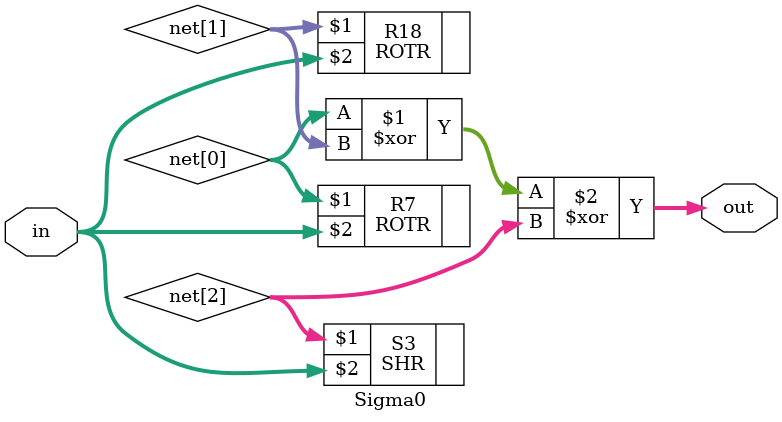
<source format=v>
module Sigma0(out,in);
    input [31:0] in;
    output [31:0] out;

    wire [31:0] net [2:0] ;

    ROTR #(7) R7(net[0],in);
    ROTR #(18) R18(net[1],in);
    SHR #(3) S3(net[2],in);

    assign out = net[0] ^ net[1] ^ net[2];

endmodule
</source>
